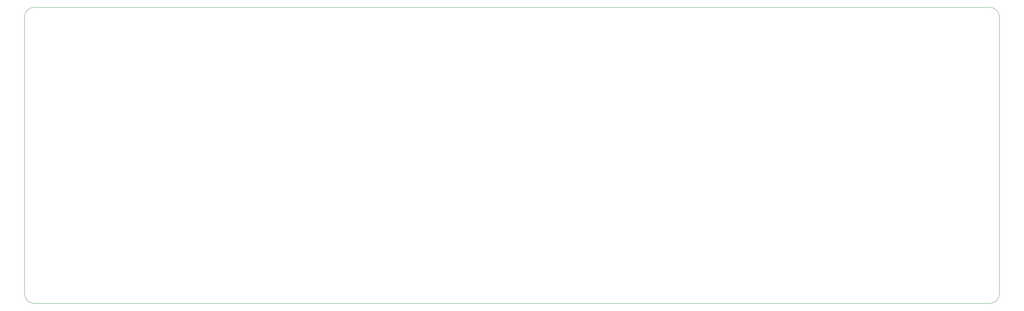
<source format=gbr>
%TF.GenerationSoftware,KiCad,Pcbnew,7.0.1-0*%
%TF.CreationDate,2023-05-30T16:27:06-05:00*%
%TF.ProjectId,pcb,7063622e-6b69-4636-9164-5f7063625858,rev?*%
%TF.SameCoordinates,Original*%
%TF.FileFunction,Profile,NP*%
%FSLAX46Y46*%
G04 Gerber Fmt 4.6, Leading zero omitted, Abs format (unit mm)*
G04 Created by KiCad (PCBNEW 7.0.1-0) date 2023-05-30 16:27:06*
%MOMM*%
%LPD*%
G01*
G04 APERTURE LIST*
%TA.AperFunction,Profile*%
%ADD10C,0.100000*%
%TD*%
G04 APERTURE END LIST*
D10*
X269676815Y-114895367D02*
G75*
G03*
X272058067Y-112514157I-15J2381267D01*
G01*
X27979738Y-39885986D02*
G75*
G03*
X25598486Y-42267217I-38J-2381214D01*
G01*
X272058029Y-42267223D02*
G75*
G03*
X269676789Y-39885971I-2381229J23D01*
G01*
X269676789Y-39885971D02*
X27979738Y-39885965D01*
X272058041Y-42267223D02*
X272058067Y-112514157D01*
X25598486Y-42267217D02*
X25598459Y-112514157D01*
X269676789Y-114895409D02*
X27979711Y-114895409D01*
X25598491Y-112514157D02*
G75*
G03*
X27979711Y-114895409I2381209J-43D01*
G01*
M02*

</source>
